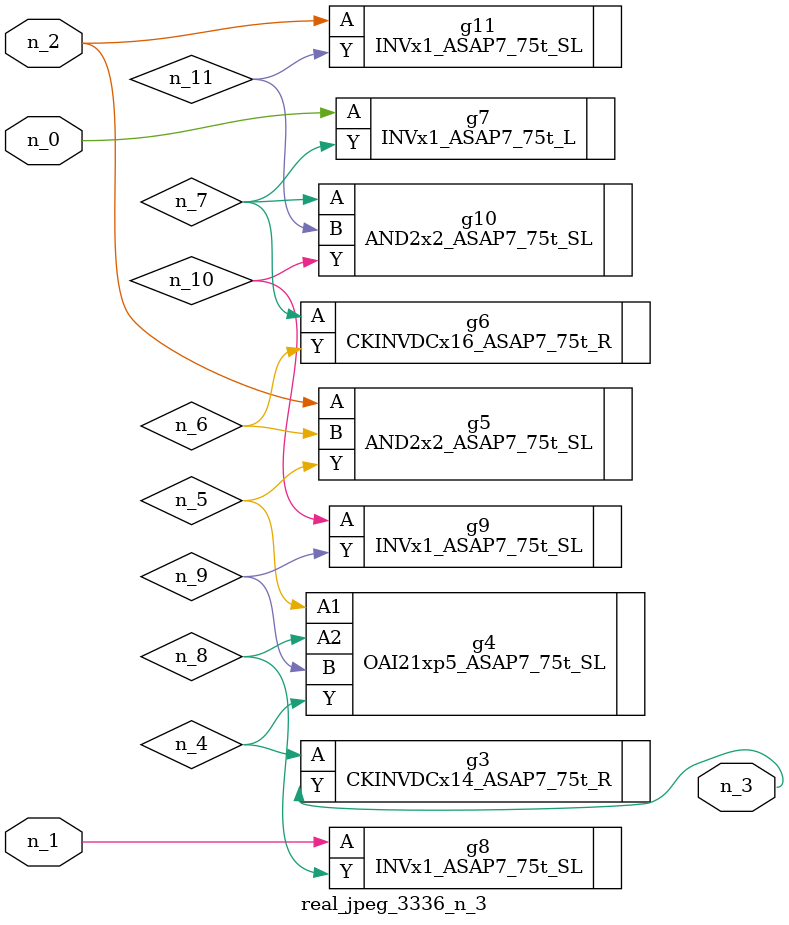
<source format=v>
module real_jpeg_3336_n_3 (n_1, n_0, n_2, n_3);

input n_1;
input n_0;
input n_2;

output n_3;

wire n_5;
wire n_4;
wire n_8;
wire n_11;
wire n_6;
wire n_7;
wire n_10;
wire n_9;

INVx1_ASAP7_75t_L g7 ( 
.A(n_0),
.Y(n_7)
);

INVx1_ASAP7_75t_SL g8 ( 
.A(n_1),
.Y(n_8)
);

AND2x2_ASAP7_75t_SL g5 ( 
.A(n_2),
.B(n_6),
.Y(n_5)
);

INVx1_ASAP7_75t_SL g11 ( 
.A(n_2),
.Y(n_11)
);

CKINVDCx14_ASAP7_75t_R g3 ( 
.A(n_4),
.Y(n_3)
);

OAI21xp5_ASAP7_75t_SL g4 ( 
.A1(n_5),
.A2(n_8),
.B(n_9),
.Y(n_4)
);

CKINVDCx16_ASAP7_75t_R g6 ( 
.A(n_7),
.Y(n_6)
);

AND2x2_ASAP7_75t_SL g10 ( 
.A(n_7),
.B(n_11),
.Y(n_10)
);

INVx1_ASAP7_75t_SL g9 ( 
.A(n_10),
.Y(n_9)
);


endmodule
</source>
